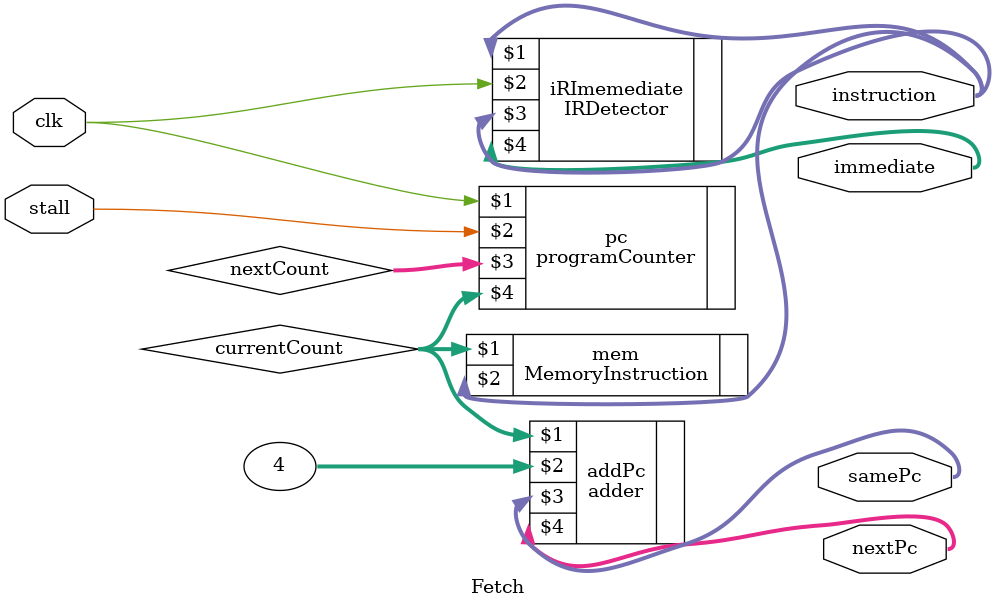
<source format=v>
/*
Module name   : Fetch
Author	      : Ziad Sherif
Functionality : Stage that fetch data from instruction memory
*/

// includes
`include "Mux32.v"
`include "Pc.v"
`include "Adder4.v"
`include "MemInstruction.v"
`include "IRDetector.v"

module Fetch (
    stall,
    clk,
    samePc,
    nextPc,
    instruction,
    immediate
);
  input stall;
  input clk;
  output [31:0] nextPc, samePc;
  output [15:0] instruction, immediate;

  wire [31:0] nextCount;
  wire [31:0] currentCount;

  programCounter pc (
      clk,
      stall,
      nextCount,
      currentCount
  );
  adder addPc (
      currentCount,
      4,
      samePc,
      nextPc
  );

  MemoryInstruction mem (
      currentCount,
      instruction
  );

  IRDetector iRImemediate (
      instruction,
      clk,
      instruction,
      immediate
  );



endmodule

</source>
